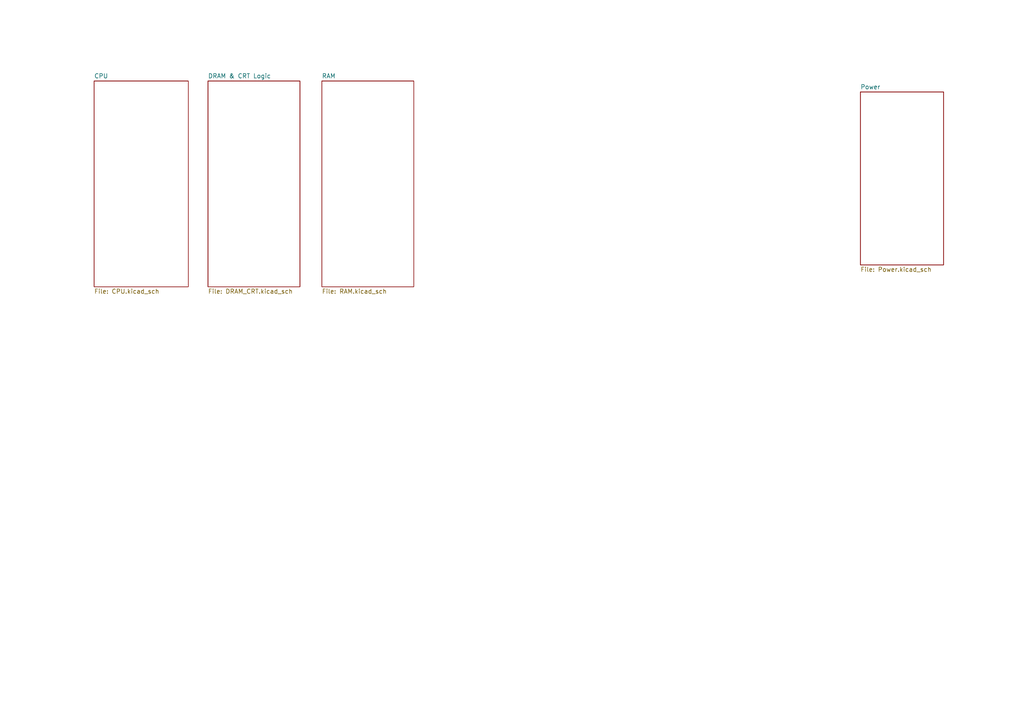
<source format=kicad_sch>
(kicad_sch (version 20230121) (generator eeschema)

  (uuid 50e86c27-10aa-414d-b5ee-db12ce08bce8)

  (paper "A4")

  (title_block
    (title "Apricot PC1")
    (date "2023-12-06")
    (rev "1")
    (company "Apricot")
    (comment 1 "Edit: Alessio Iodice")
  )

  (lib_symbols
  )


  (sheet (at 93.345 23.495) (size 26.67 59.69) (fields_autoplaced)
    (stroke (width 0.1524) (type solid))
    (fill (color 0 0 0 0.0000))
    (uuid 14a1d02a-1e58-4b3c-b417-3e6a12288c0b)
    (property "Sheetname" "RAM" (at 93.345 22.7834 0)
      (effects (font (size 1.27 1.27)) (justify left bottom))
    )
    (property "Sheetfile" "RAM.kicad_sch" (at 93.345 83.7696 0)
      (effects (font (size 1.27 1.27)) (justify left top))
    )
    (instances
      (project "PC01"
        (path "/50e86c27-10aa-414d-b5ee-db12ce08bce8" (page "4"))
      )
    )
  )

  (sheet (at 249.555 26.67) (size 24.13 50.165) (fields_autoplaced)
    (stroke (width 0.1524) (type solid))
    (fill (color 0 0 0 0.0000))
    (uuid 97faf997-a846-43b3-99e9-431d9e3d466c)
    (property "Sheetname" "Power" (at 249.555 25.9584 0)
      (effects (font (size 1.27 1.27)) (justify left bottom))
    )
    (property "Sheetfile" "Power.kicad_sch" (at 249.555 77.4196 0)
      (effects (font (size 1.27 1.27)) (justify left top))
    )
    (instances
      (project "PC01"
        (path "/50e86c27-10aa-414d-b5ee-db12ce08bce8" (page "5"))
      )
    )
  )

  (sheet (at 60.325 23.495) (size 26.67 59.69) (fields_autoplaced)
    (stroke (width 0.1524) (type solid))
    (fill (color 0 0 0 0.0000))
    (uuid a035663a-2a4a-4782-8dc2-1e44466e42a9)
    (property "Sheetname" "DRAM & CRT Logic" (at 60.325 22.7834 0)
      (effects (font (size 1.27 1.27)) (justify left bottom))
    )
    (property "Sheetfile" "DRAM_CRT.kicad_sch" (at 60.325 83.7696 0)
      (effects (font (size 1.27 1.27)) (justify left top))
    )
    (instances
      (project "PC01"
        (path "/50e86c27-10aa-414d-b5ee-db12ce08bce8" (page "3"))
      )
    )
  )

  (sheet (at 27.305 23.495) (size 27.305 59.69) (fields_autoplaced)
    (stroke (width 0.1524) (type solid))
    (fill (color 0 0 0 0.0000))
    (uuid fd7b82cb-3ce9-4dcc-98bd-8b6c0669250b)
    (property "Sheetname" "CPU" (at 27.305 22.7834 0)
      (effects (font (size 1.27 1.27)) (justify left bottom))
    )
    (property "Sheetfile" "CPU.kicad_sch" (at 27.305 83.7696 0)
      (effects (font (size 1.27 1.27)) (justify left top))
    )
    (instances
      (project "PC01"
        (path "/50e86c27-10aa-414d-b5ee-db12ce08bce8" (page "2"))
      )
    )
  )

  (sheet_instances
    (path "/" (page "1"))
  )
)

</source>
